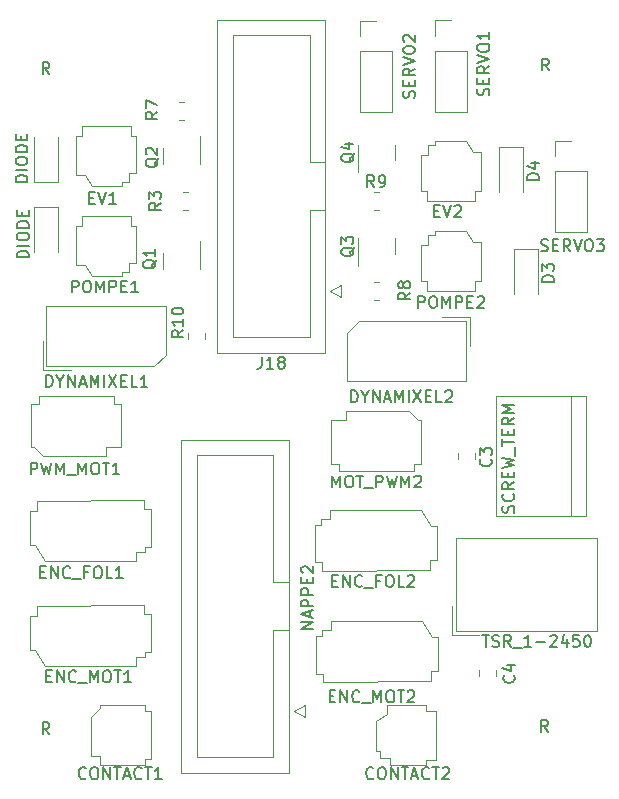
<source format=gbr>
%TF.GenerationSoftware,KiCad,Pcbnew,(6.0.1)*%
%TF.CreationDate,2022-02-03T23:41:23+01:00*%
%TF.ProjectId,CarteSecondaire,43617274-6553-4656-936f-6e6461697265,rev?*%
%TF.SameCoordinates,Original*%
%TF.FileFunction,Legend,Top*%
%TF.FilePolarity,Positive*%
%FSLAX46Y46*%
G04 Gerber Fmt 4.6, Leading zero omitted, Abs format (unit mm)*
G04 Created by KiCad (PCBNEW (6.0.1)) date 2022-02-03 23:41:23*
%MOMM*%
%LPD*%
G01*
G04 APERTURE LIST*
%ADD10C,0.150000*%
%ADD11C,0.120000*%
G04 APERTURE END LIST*
D10*
%TO.C,NAPPE2*%
X117152380Y-174042857D02*
X116152380Y-174042857D01*
X117152380Y-173471428D01*
X116152380Y-173471428D01*
X116866666Y-173042857D02*
X116866666Y-172566666D01*
X117152380Y-173138095D02*
X116152380Y-172804761D01*
X117152380Y-172471428D01*
X117152380Y-172138095D02*
X116152380Y-172138095D01*
X116152380Y-171757142D01*
X116200000Y-171661904D01*
X116247619Y-171614285D01*
X116342857Y-171566666D01*
X116485714Y-171566666D01*
X116580952Y-171614285D01*
X116628571Y-171661904D01*
X116676190Y-171757142D01*
X116676190Y-172138095D01*
X117152380Y-171138095D02*
X116152380Y-171138095D01*
X116152380Y-170757142D01*
X116200000Y-170661904D01*
X116247619Y-170614285D01*
X116342857Y-170566666D01*
X116485714Y-170566666D01*
X116580952Y-170614285D01*
X116628571Y-170661904D01*
X116676190Y-170757142D01*
X116676190Y-171138095D01*
X116628571Y-170138095D02*
X116628571Y-169804761D01*
X117152380Y-169661904D02*
X117152380Y-170138095D01*
X116152380Y-170138095D01*
X116152380Y-169661904D01*
X116247619Y-169280952D02*
X116200000Y-169233333D01*
X116152380Y-169138095D01*
X116152380Y-168900000D01*
X116200000Y-168804761D01*
X116247619Y-168757142D01*
X116342857Y-168709523D01*
X116438095Y-168709523D01*
X116580952Y-168757142D01*
X117152380Y-169328571D01*
X117152380Y-168709523D01*
%TO.C,TSR_1-2450*%
X131457142Y-174552380D02*
X132028571Y-174552380D01*
X131742857Y-175552380D02*
X131742857Y-174552380D01*
X132314285Y-175504761D02*
X132457142Y-175552380D01*
X132695238Y-175552380D01*
X132790476Y-175504761D01*
X132838095Y-175457142D01*
X132885714Y-175361904D01*
X132885714Y-175266666D01*
X132838095Y-175171428D01*
X132790476Y-175123809D01*
X132695238Y-175076190D01*
X132504761Y-175028571D01*
X132409523Y-174980952D01*
X132361904Y-174933333D01*
X132314285Y-174838095D01*
X132314285Y-174742857D01*
X132361904Y-174647619D01*
X132409523Y-174600000D01*
X132504761Y-174552380D01*
X132742857Y-174552380D01*
X132885714Y-174600000D01*
X133885714Y-175552380D02*
X133552380Y-175076190D01*
X133314285Y-175552380D02*
X133314285Y-174552380D01*
X133695238Y-174552380D01*
X133790476Y-174600000D01*
X133838095Y-174647619D01*
X133885714Y-174742857D01*
X133885714Y-174885714D01*
X133838095Y-174980952D01*
X133790476Y-175028571D01*
X133695238Y-175076190D01*
X133314285Y-175076190D01*
X134076190Y-175647619D02*
X134838095Y-175647619D01*
X135600000Y-175552380D02*
X135028571Y-175552380D01*
X135314285Y-175552380D02*
X135314285Y-174552380D01*
X135219047Y-174695238D01*
X135123809Y-174790476D01*
X135028571Y-174838095D01*
X136028571Y-175171428D02*
X136790476Y-175171428D01*
X137219047Y-174647619D02*
X137266666Y-174600000D01*
X137361904Y-174552380D01*
X137600000Y-174552380D01*
X137695238Y-174600000D01*
X137742857Y-174647619D01*
X137790476Y-174742857D01*
X137790476Y-174838095D01*
X137742857Y-174980952D01*
X137171428Y-175552380D01*
X137790476Y-175552380D01*
X138647619Y-174885714D02*
X138647619Y-175552380D01*
X138409523Y-174504761D02*
X138171428Y-175219047D01*
X138790476Y-175219047D01*
X139647619Y-174552380D02*
X139171428Y-174552380D01*
X139123809Y-175028571D01*
X139171428Y-174980952D01*
X139266666Y-174933333D01*
X139504761Y-174933333D01*
X139600000Y-174980952D01*
X139647619Y-175028571D01*
X139695238Y-175123809D01*
X139695238Y-175361904D01*
X139647619Y-175457142D01*
X139600000Y-175504761D01*
X139504761Y-175552380D01*
X139266666Y-175552380D01*
X139171428Y-175504761D01*
X139123809Y-175457142D01*
X140314285Y-174552380D02*
X140409523Y-174552380D01*
X140504761Y-174600000D01*
X140552380Y-174647619D01*
X140600000Y-174742857D01*
X140647619Y-174933333D01*
X140647619Y-175171428D01*
X140600000Y-175361904D01*
X140552380Y-175457142D01*
X140504761Y-175504761D01*
X140409523Y-175552380D01*
X140314285Y-175552380D01*
X140219047Y-175504761D01*
X140171428Y-175457142D01*
X140123809Y-175361904D01*
X140076190Y-175171428D01*
X140076190Y-174933333D01*
X140123809Y-174742857D01*
X140171428Y-174647619D01*
X140219047Y-174600000D01*
X140314285Y-174552380D01*
%TO.C,SCREW_TERM*%
X134104761Y-164195238D02*
X134152380Y-164052380D01*
X134152380Y-163814285D01*
X134104761Y-163719047D01*
X134057142Y-163671428D01*
X133961904Y-163623809D01*
X133866666Y-163623809D01*
X133771428Y-163671428D01*
X133723809Y-163719047D01*
X133676190Y-163814285D01*
X133628571Y-164004761D01*
X133580952Y-164100000D01*
X133533333Y-164147619D01*
X133438095Y-164195238D01*
X133342857Y-164195238D01*
X133247619Y-164147619D01*
X133200000Y-164100000D01*
X133152380Y-164004761D01*
X133152380Y-163766666D01*
X133200000Y-163623809D01*
X134057142Y-162623809D02*
X134104761Y-162671428D01*
X134152380Y-162814285D01*
X134152380Y-162909523D01*
X134104761Y-163052380D01*
X134009523Y-163147619D01*
X133914285Y-163195238D01*
X133723809Y-163242857D01*
X133580952Y-163242857D01*
X133390476Y-163195238D01*
X133295238Y-163147619D01*
X133200000Y-163052380D01*
X133152380Y-162909523D01*
X133152380Y-162814285D01*
X133200000Y-162671428D01*
X133247619Y-162623809D01*
X134152380Y-161623809D02*
X133676190Y-161957142D01*
X134152380Y-162195238D02*
X133152380Y-162195238D01*
X133152380Y-161814285D01*
X133200000Y-161719047D01*
X133247619Y-161671428D01*
X133342857Y-161623809D01*
X133485714Y-161623809D01*
X133580952Y-161671428D01*
X133628571Y-161719047D01*
X133676190Y-161814285D01*
X133676190Y-162195238D01*
X133628571Y-161195238D02*
X133628571Y-160861904D01*
X134152380Y-160719047D02*
X134152380Y-161195238D01*
X133152380Y-161195238D01*
X133152380Y-160719047D01*
X133152380Y-160385714D02*
X134152380Y-160147619D01*
X133438095Y-159957142D01*
X134152380Y-159766666D01*
X133152380Y-159528571D01*
X134247619Y-159385714D02*
X134247619Y-158623809D01*
X133152380Y-158528571D02*
X133152380Y-157957142D01*
X134152380Y-158242857D02*
X133152380Y-158242857D01*
X133628571Y-157623809D02*
X133628571Y-157290476D01*
X134152380Y-157147619D02*
X134152380Y-157623809D01*
X133152380Y-157623809D01*
X133152380Y-157147619D01*
X134152380Y-156147619D02*
X133676190Y-156480952D01*
X134152380Y-156719047D02*
X133152380Y-156719047D01*
X133152380Y-156338095D01*
X133200000Y-156242857D01*
X133247619Y-156195238D01*
X133342857Y-156147619D01*
X133485714Y-156147619D01*
X133580952Y-156195238D01*
X133628571Y-156242857D01*
X133676190Y-156338095D01*
X133676190Y-156719047D01*
X134152380Y-155719047D02*
X133152380Y-155719047D01*
X133866666Y-155385714D01*
X133152380Y-155052380D01*
X134152380Y-155052380D01*
%TO.C,C3*%
X132157142Y-159666666D02*
X132204761Y-159714285D01*
X132252380Y-159857142D01*
X132252380Y-159952380D01*
X132204761Y-160095238D01*
X132109523Y-160190476D01*
X132014285Y-160238095D01*
X131823809Y-160285714D01*
X131680952Y-160285714D01*
X131490476Y-160238095D01*
X131395238Y-160190476D01*
X131300000Y-160095238D01*
X131252380Y-159952380D01*
X131252380Y-159857142D01*
X131300000Y-159714285D01*
X131347619Y-159666666D01*
X131252380Y-159333333D02*
X131252380Y-158714285D01*
X131633333Y-159047619D01*
X131633333Y-158904761D01*
X131680952Y-158809523D01*
X131728571Y-158761904D01*
X131823809Y-158714285D01*
X132061904Y-158714285D01*
X132157142Y-158761904D01*
X132204761Y-158809523D01*
X132252380Y-158904761D01*
X132252380Y-159190476D01*
X132204761Y-159285714D01*
X132157142Y-159333333D01*
%TO.C,D4*%
X136266391Y-136022606D02*
X135266391Y-136022606D01*
X135266391Y-135784511D01*
X135314011Y-135641653D01*
X135409249Y-135546415D01*
X135504487Y-135498796D01*
X135694963Y-135451177D01*
X135837820Y-135451177D01*
X136028296Y-135498796D01*
X136123534Y-135546415D01*
X136218772Y-135641653D01*
X136266391Y-135784511D01*
X136266391Y-136022606D01*
X135599725Y-134594034D02*
X136266391Y-134594034D01*
X135218772Y-134832130D02*
X135933058Y-135070225D01*
X135933058Y-134451177D01*
%TO.C,R10*%
X106152380Y-148742857D02*
X105676190Y-149076190D01*
X106152380Y-149314285D02*
X105152380Y-149314285D01*
X105152380Y-148933333D01*
X105200000Y-148838095D01*
X105247619Y-148790476D01*
X105342857Y-148742857D01*
X105485714Y-148742857D01*
X105580952Y-148790476D01*
X105628571Y-148838095D01*
X105676190Y-148933333D01*
X105676190Y-149314285D01*
X106152380Y-147790476D02*
X106152380Y-148361904D01*
X106152380Y-148076190D02*
X105152380Y-148076190D01*
X105295238Y-148171428D01*
X105390476Y-148266666D01*
X105438095Y-148361904D01*
X105152380Y-147171428D02*
X105152380Y-147076190D01*
X105200000Y-146980952D01*
X105247619Y-146933333D01*
X105342857Y-146885714D01*
X105533333Y-146838095D01*
X105771428Y-146838095D01*
X105961904Y-146885714D01*
X106057142Y-146933333D01*
X106104761Y-146980952D01*
X106152380Y-147076190D01*
X106152380Y-147171428D01*
X106104761Y-147266666D01*
X106057142Y-147314285D01*
X105961904Y-147361904D01*
X105771428Y-147409523D01*
X105533333Y-147409523D01*
X105342857Y-147361904D01*
X105247619Y-147314285D01*
X105200000Y-147266666D01*
X105152380Y-147171428D01*
%TO.C,R*%
X94809523Y-127052380D02*
X94476190Y-126576190D01*
X94238095Y-127052380D02*
X94238095Y-126052380D01*
X94619047Y-126052380D01*
X94714285Y-126100000D01*
X94761904Y-126147619D01*
X94809523Y-126242857D01*
X94809523Y-126385714D01*
X94761904Y-126480952D01*
X94714285Y-126528571D01*
X94619047Y-126576190D01*
X94238095Y-126576190D01*
%TO.C,PWM_MOT1*%
X93213915Y-160952380D02*
X93213915Y-159952380D01*
X93594868Y-159952380D01*
X93690106Y-160000000D01*
X93737725Y-160047619D01*
X93785344Y-160142857D01*
X93785344Y-160285714D01*
X93737725Y-160380952D01*
X93690106Y-160428571D01*
X93594868Y-160476190D01*
X93213915Y-160476190D01*
X94118677Y-159952380D02*
X94356772Y-160952380D01*
X94547249Y-160238095D01*
X94737725Y-160952380D01*
X94975820Y-159952380D01*
X95356772Y-160952380D02*
X95356772Y-159952380D01*
X95690106Y-160666666D01*
X96023439Y-159952380D01*
X96023439Y-160952380D01*
X96261534Y-161047619D02*
X97023439Y-161047619D01*
X97261534Y-160952380D02*
X97261534Y-159952380D01*
X97594868Y-160666666D01*
X97928201Y-159952380D01*
X97928201Y-160952380D01*
X98594868Y-159952380D02*
X98785344Y-159952380D01*
X98880582Y-160000000D01*
X98975820Y-160095238D01*
X99023439Y-160285714D01*
X99023439Y-160619047D01*
X98975820Y-160809523D01*
X98880582Y-160904761D01*
X98785344Y-160952380D01*
X98594868Y-160952380D01*
X98499630Y-160904761D01*
X98404391Y-160809523D01*
X98356772Y-160619047D01*
X98356772Y-160285714D01*
X98404391Y-160095238D01*
X98499630Y-160000000D01*
X98594868Y-159952380D01*
X99309153Y-159952380D02*
X99880582Y-159952380D01*
X99594868Y-160952380D02*
X99594868Y-159952380D01*
X100737725Y-160952380D02*
X100166296Y-160952380D01*
X100452011Y-160952380D02*
X100452011Y-159952380D01*
X100356772Y-160095238D01*
X100261534Y-160190476D01*
X100166296Y-160238095D01*
%TO.C,POMPE1*%
X96706296Y-145552380D02*
X96706296Y-144552380D01*
X97087249Y-144552380D01*
X97182487Y-144600000D01*
X97230106Y-144647619D01*
X97277725Y-144742857D01*
X97277725Y-144885714D01*
X97230106Y-144980952D01*
X97182487Y-145028571D01*
X97087249Y-145076190D01*
X96706296Y-145076190D01*
X97896772Y-144552380D02*
X98087249Y-144552380D01*
X98182487Y-144600000D01*
X98277725Y-144695238D01*
X98325344Y-144885714D01*
X98325344Y-145219047D01*
X98277725Y-145409523D01*
X98182487Y-145504761D01*
X98087249Y-145552380D01*
X97896772Y-145552380D01*
X97801534Y-145504761D01*
X97706296Y-145409523D01*
X97658677Y-145219047D01*
X97658677Y-144885714D01*
X97706296Y-144695238D01*
X97801534Y-144600000D01*
X97896772Y-144552380D01*
X98753915Y-145552380D02*
X98753915Y-144552380D01*
X99087249Y-145266666D01*
X99420582Y-144552380D01*
X99420582Y-145552380D01*
X99896772Y-145552380D02*
X99896772Y-144552380D01*
X100277725Y-144552380D01*
X100372963Y-144600000D01*
X100420582Y-144647619D01*
X100468201Y-144742857D01*
X100468201Y-144885714D01*
X100420582Y-144980952D01*
X100372963Y-145028571D01*
X100277725Y-145076190D01*
X99896772Y-145076190D01*
X100896772Y-145028571D02*
X101230106Y-145028571D01*
X101372963Y-145552380D02*
X100896772Y-145552380D01*
X100896772Y-144552380D01*
X101372963Y-144552380D01*
X102325344Y-145552380D02*
X101753915Y-145552380D01*
X102039630Y-145552380D02*
X102039630Y-144552380D01*
X101944391Y-144695238D01*
X101849153Y-144790476D01*
X101753915Y-144838095D01*
%TO.C,Q4*%
X120626630Y-133774249D02*
X120579011Y-133869487D01*
X120483772Y-133964725D01*
X120340915Y-134107582D01*
X120293296Y-134202820D01*
X120293296Y-134298058D01*
X120531391Y-134250439D02*
X120483772Y-134345677D01*
X120388534Y-134440915D01*
X120198058Y-134488534D01*
X119864725Y-134488534D01*
X119674249Y-134440915D01*
X119579011Y-134345677D01*
X119531391Y-134250439D01*
X119531391Y-134059963D01*
X119579011Y-133964725D01*
X119674249Y-133869487D01*
X119864725Y-133821868D01*
X120198058Y-133821868D01*
X120388534Y-133869487D01*
X120483772Y-133964725D01*
X120531391Y-134059963D01*
X120531391Y-134250439D01*
X119864725Y-132964725D02*
X120531391Y-132964725D01*
X119483772Y-133202820D02*
X120198058Y-133440915D01*
X120198058Y-132821868D01*
%TO.C,Q3*%
X120626630Y-141726749D02*
X120579011Y-141821987D01*
X120483772Y-141917225D01*
X120340915Y-142060082D01*
X120293296Y-142155320D01*
X120293296Y-142250558D01*
X120531391Y-142202939D02*
X120483772Y-142298177D01*
X120388534Y-142393415D01*
X120198058Y-142441034D01*
X119864725Y-142441034D01*
X119674249Y-142393415D01*
X119579011Y-142298177D01*
X119531391Y-142202939D01*
X119531391Y-142012463D01*
X119579011Y-141917225D01*
X119674249Y-141821987D01*
X119864725Y-141774368D01*
X120198058Y-141774368D01*
X120388534Y-141821987D01*
X120483772Y-141917225D01*
X120531391Y-142012463D01*
X120531391Y-142202939D01*
X119531391Y-141441034D02*
X119531391Y-140821987D01*
X119912344Y-141155320D01*
X119912344Y-141012463D01*
X119959963Y-140917225D01*
X120007582Y-140869606D01*
X120102820Y-140821987D01*
X120340915Y-140821987D01*
X120436153Y-140869606D01*
X120483772Y-140917225D01*
X120531391Y-141012463D01*
X120531391Y-141298177D01*
X120483772Y-141393415D01*
X120436153Y-141441034D01*
%TO.C,R3*%
X104252380Y-137966666D02*
X103776190Y-138300000D01*
X104252380Y-138538095D02*
X103252380Y-138538095D01*
X103252380Y-138157142D01*
X103300000Y-138061904D01*
X103347619Y-138014285D01*
X103442857Y-137966666D01*
X103585714Y-137966666D01*
X103680952Y-138014285D01*
X103728571Y-138061904D01*
X103776190Y-138157142D01*
X103776190Y-138538095D01*
X103252380Y-137633333D02*
X103252380Y-137014285D01*
X103633333Y-137347619D01*
X103633333Y-137204761D01*
X103680952Y-137109523D01*
X103728571Y-137061904D01*
X103823809Y-137014285D01*
X104061904Y-137014285D01*
X104157142Y-137061904D01*
X104204761Y-137109523D01*
X104252380Y-137204761D01*
X104252380Y-137490476D01*
X104204761Y-137585714D01*
X104157142Y-137633333D01*
%TO.C,R8*%
X125352380Y-145566666D02*
X124876190Y-145900000D01*
X125352380Y-146138095D02*
X124352380Y-146138095D01*
X124352380Y-145757142D01*
X124400000Y-145661904D01*
X124447619Y-145614285D01*
X124542857Y-145566666D01*
X124685714Y-145566666D01*
X124780952Y-145614285D01*
X124828571Y-145661904D01*
X124876190Y-145757142D01*
X124876190Y-146138095D01*
X124780952Y-144995238D02*
X124733333Y-145090476D01*
X124685714Y-145138095D01*
X124590476Y-145185714D01*
X124542857Y-145185714D01*
X124447619Y-145138095D01*
X124400000Y-145090476D01*
X124352380Y-144995238D01*
X124352380Y-144804761D01*
X124400000Y-144709523D01*
X124447619Y-144661904D01*
X124542857Y-144614285D01*
X124590476Y-144614285D01*
X124685714Y-144661904D01*
X124733333Y-144709523D01*
X124780952Y-144804761D01*
X124780952Y-144995238D01*
X124828571Y-145090476D01*
X124876190Y-145138095D01*
X124971428Y-145185714D01*
X125161904Y-145185714D01*
X125257142Y-145138095D01*
X125304761Y-145090476D01*
X125352380Y-144995238D01*
X125352380Y-144804761D01*
X125304761Y-144709523D01*
X125257142Y-144661904D01*
X125161904Y-144614285D01*
X124971428Y-144614285D01*
X124876190Y-144661904D01*
X124828571Y-144709523D01*
X124780952Y-144804761D01*
%TO.C,CONTACT2*%
X122241249Y-186657142D02*
X122193630Y-186704761D01*
X122050772Y-186752380D01*
X121955534Y-186752380D01*
X121812677Y-186704761D01*
X121717439Y-186609523D01*
X121669820Y-186514285D01*
X121622201Y-186323809D01*
X121622201Y-186180952D01*
X121669820Y-185990476D01*
X121717439Y-185895238D01*
X121812677Y-185800000D01*
X121955534Y-185752380D01*
X122050772Y-185752380D01*
X122193630Y-185800000D01*
X122241249Y-185847619D01*
X122860296Y-185752380D02*
X123050772Y-185752380D01*
X123146011Y-185800000D01*
X123241249Y-185895238D01*
X123288868Y-186085714D01*
X123288868Y-186419047D01*
X123241249Y-186609523D01*
X123146011Y-186704761D01*
X123050772Y-186752380D01*
X122860296Y-186752380D01*
X122765058Y-186704761D01*
X122669820Y-186609523D01*
X122622201Y-186419047D01*
X122622201Y-186085714D01*
X122669820Y-185895238D01*
X122765058Y-185800000D01*
X122860296Y-185752380D01*
X123717439Y-186752380D02*
X123717439Y-185752380D01*
X124288868Y-186752380D01*
X124288868Y-185752380D01*
X124622201Y-185752380D02*
X125193630Y-185752380D01*
X124907915Y-186752380D02*
X124907915Y-185752380D01*
X125479344Y-186466666D02*
X125955534Y-186466666D01*
X125384106Y-186752380D02*
X125717439Y-185752380D01*
X126050772Y-186752380D01*
X126955534Y-186657142D02*
X126907915Y-186704761D01*
X126765058Y-186752380D01*
X126669820Y-186752380D01*
X126526963Y-186704761D01*
X126431725Y-186609523D01*
X126384106Y-186514285D01*
X126336487Y-186323809D01*
X126336487Y-186180952D01*
X126384106Y-185990476D01*
X126431725Y-185895238D01*
X126526963Y-185800000D01*
X126669820Y-185752380D01*
X126765058Y-185752380D01*
X126907915Y-185800000D01*
X126955534Y-185847619D01*
X127241249Y-185752380D02*
X127812677Y-185752380D01*
X127526963Y-186752380D02*
X127526963Y-185752380D01*
X128098391Y-185847619D02*
X128146011Y-185800000D01*
X128241249Y-185752380D01*
X128479344Y-185752380D01*
X128574582Y-185800000D01*
X128622201Y-185847619D01*
X128669820Y-185942857D01*
X128669820Y-186038095D01*
X128622201Y-186180952D01*
X128050772Y-186752380D01*
X128669820Y-186752380D01*
%TO.C,SERVO1*%
X132004761Y-128866666D02*
X132052380Y-128723809D01*
X132052380Y-128485714D01*
X132004761Y-128390476D01*
X131957142Y-128342857D01*
X131861904Y-128295238D01*
X131766666Y-128295238D01*
X131671428Y-128342857D01*
X131623809Y-128390476D01*
X131576190Y-128485714D01*
X131528571Y-128676190D01*
X131480952Y-128771428D01*
X131433333Y-128819047D01*
X131338095Y-128866666D01*
X131242857Y-128866666D01*
X131147619Y-128819047D01*
X131100000Y-128771428D01*
X131052380Y-128676190D01*
X131052380Y-128438095D01*
X131100000Y-128295238D01*
X131528571Y-127866666D02*
X131528571Y-127533333D01*
X132052380Y-127390476D02*
X132052380Y-127866666D01*
X131052380Y-127866666D01*
X131052380Y-127390476D01*
X132052380Y-126390476D02*
X131576190Y-126723809D01*
X132052380Y-126961904D02*
X131052380Y-126961904D01*
X131052380Y-126580952D01*
X131100000Y-126485714D01*
X131147619Y-126438095D01*
X131242857Y-126390476D01*
X131385714Y-126390476D01*
X131480952Y-126438095D01*
X131528571Y-126485714D01*
X131576190Y-126580952D01*
X131576190Y-126961904D01*
X131052380Y-126104761D02*
X132052380Y-125771428D01*
X131052380Y-125438095D01*
X131052380Y-124914285D02*
X131052380Y-124723809D01*
X131100000Y-124628571D01*
X131195238Y-124533333D01*
X131385714Y-124485714D01*
X131719047Y-124485714D01*
X131909523Y-124533333D01*
X132004761Y-124628571D01*
X132052380Y-124723809D01*
X132052380Y-124914285D01*
X132004761Y-125009523D01*
X131909523Y-125104761D01*
X131719047Y-125152380D01*
X131385714Y-125152380D01*
X131195238Y-125104761D01*
X131100000Y-125009523D01*
X131052380Y-124914285D01*
X132052380Y-123533333D02*
X132052380Y-124104761D01*
X132052380Y-123819047D02*
X131052380Y-123819047D01*
X131195238Y-123914285D01*
X131290476Y-124009523D01*
X131338095Y-124104761D01*
%TO.C,ENC_FOL2*%
X118768608Y-169967060D02*
X119101941Y-169967060D01*
X119244798Y-170490869D02*
X118768608Y-170490869D01*
X118768608Y-169490869D01*
X119244798Y-169490869D01*
X119673369Y-170490869D02*
X119673369Y-169490869D01*
X120244798Y-170490869D01*
X120244798Y-169490869D01*
X121292417Y-170395631D02*
X121244798Y-170443250D01*
X121101941Y-170490869D01*
X121006703Y-170490869D01*
X120863846Y-170443250D01*
X120768608Y-170348012D01*
X120720989Y-170252774D01*
X120673369Y-170062298D01*
X120673369Y-169919441D01*
X120720989Y-169728965D01*
X120768608Y-169633727D01*
X120863846Y-169538489D01*
X121006703Y-169490869D01*
X121101941Y-169490869D01*
X121244798Y-169538489D01*
X121292417Y-169586108D01*
X121482893Y-170586108D02*
X122244798Y-170586108D01*
X122816227Y-169967060D02*
X122482893Y-169967060D01*
X122482893Y-170490869D02*
X122482893Y-169490869D01*
X122959084Y-169490869D01*
X123530512Y-169490869D02*
X123720989Y-169490869D01*
X123816227Y-169538489D01*
X123911465Y-169633727D01*
X123959084Y-169824203D01*
X123959084Y-170157536D01*
X123911465Y-170348012D01*
X123816227Y-170443250D01*
X123720989Y-170490869D01*
X123530512Y-170490869D01*
X123435274Y-170443250D01*
X123340036Y-170348012D01*
X123292417Y-170157536D01*
X123292417Y-169824203D01*
X123340036Y-169633727D01*
X123435274Y-169538489D01*
X123530512Y-169490869D01*
X124863846Y-170490869D02*
X124387655Y-170490869D01*
X124387655Y-169490869D01*
X125149560Y-169586108D02*
X125197179Y-169538489D01*
X125292417Y-169490869D01*
X125530512Y-169490869D01*
X125625750Y-169538489D01*
X125673369Y-169586108D01*
X125720989Y-169681346D01*
X125720989Y-169776584D01*
X125673369Y-169919441D01*
X125101941Y-170490869D01*
X125720989Y-170490869D01*
%TO.C,D3*%
X137536391Y-144652606D02*
X136536391Y-144652606D01*
X136536391Y-144414511D01*
X136584011Y-144271653D01*
X136679249Y-144176415D01*
X136774487Y-144128796D01*
X136964963Y-144081177D01*
X137107820Y-144081177D01*
X137298296Y-144128796D01*
X137393534Y-144176415D01*
X137488772Y-144271653D01*
X137536391Y-144414511D01*
X137536391Y-144652606D01*
X136536391Y-143747844D02*
X136536391Y-143128796D01*
X136917344Y-143462130D01*
X136917344Y-143319272D01*
X136964963Y-143224034D01*
X137012582Y-143176415D01*
X137107820Y-143128796D01*
X137345915Y-143128796D01*
X137441153Y-143176415D01*
X137488772Y-143224034D01*
X137536391Y-143319272D01*
X137536391Y-143604987D01*
X137488772Y-143700225D01*
X137441153Y-143747844D01*
%TO.C,EV2*%
X127380952Y-138628571D02*
X127714285Y-138628571D01*
X127857142Y-139152380D02*
X127380952Y-139152380D01*
X127380952Y-138152380D01*
X127857142Y-138152380D01*
X128142857Y-138152380D02*
X128476190Y-139152380D01*
X128809523Y-138152380D01*
X129095238Y-138247619D02*
X129142857Y-138200000D01*
X129238095Y-138152380D01*
X129476190Y-138152380D01*
X129571428Y-138200000D01*
X129619047Y-138247619D01*
X129666666Y-138342857D01*
X129666666Y-138438095D01*
X129619047Y-138580952D01*
X129047619Y-139152380D01*
X129666666Y-139152380D01*
%TO.C,EV1*%
X98180952Y-137528571D02*
X98514285Y-137528571D01*
X98657142Y-138052380D02*
X98180952Y-138052380D01*
X98180952Y-137052380D01*
X98657142Y-137052380D01*
X98942857Y-137052380D02*
X99276190Y-138052380D01*
X99609523Y-137052380D01*
X100466666Y-138052380D02*
X99895238Y-138052380D01*
X100180952Y-138052380D02*
X100180952Y-137052380D01*
X100085714Y-137195238D01*
X99990476Y-137290476D01*
X99895238Y-137338095D01*
%TO.C,R*%
X94809523Y-182952380D02*
X94476190Y-182476190D01*
X94238095Y-182952380D02*
X94238095Y-181952380D01*
X94619047Y-181952380D01*
X94714285Y-182000000D01*
X94761904Y-182047619D01*
X94809523Y-182142857D01*
X94809523Y-182285714D01*
X94761904Y-182380952D01*
X94714285Y-182428571D01*
X94619047Y-182476190D01*
X94238095Y-182476190D01*
%TO.C,POMPE2*%
X126014285Y-146852380D02*
X126014285Y-145852380D01*
X126395238Y-145852380D01*
X126490476Y-145900000D01*
X126538095Y-145947619D01*
X126585714Y-146042857D01*
X126585714Y-146185714D01*
X126538095Y-146280952D01*
X126490476Y-146328571D01*
X126395238Y-146376190D01*
X126014285Y-146376190D01*
X127204761Y-145852380D02*
X127395238Y-145852380D01*
X127490476Y-145900000D01*
X127585714Y-145995238D01*
X127633333Y-146185714D01*
X127633333Y-146519047D01*
X127585714Y-146709523D01*
X127490476Y-146804761D01*
X127395238Y-146852380D01*
X127204761Y-146852380D01*
X127109523Y-146804761D01*
X127014285Y-146709523D01*
X126966666Y-146519047D01*
X126966666Y-146185714D01*
X127014285Y-145995238D01*
X127109523Y-145900000D01*
X127204761Y-145852380D01*
X128061904Y-146852380D02*
X128061904Y-145852380D01*
X128395238Y-146566666D01*
X128728571Y-145852380D01*
X128728571Y-146852380D01*
X129204761Y-146852380D02*
X129204761Y-145852380D01*
X129585714Y-145852380D01*
X129680952Y-145900000D01*
X129728571Y-145947619D01*
X129776190Y-146042857D01*
X129776190Y-146185714D01*
X129728571Y-146280952D01*
X129680952Y-146328571D01*
X129585714Y-146376190D01*
X129204761Y-146376190D01*
X130204761Y-146328571D02*
X130538095Y-146328571D01*
X130680952Y-146852380D02*
X130204761Y-146852380D01*
X130204761Y-145852380D01*
X130680952Y-145852380D01*
X131061904Y-145947619D02*
X131109523Y-145900000D01*
X131204761Y-145852380D01*
X131442857Y-145852380D01*
X131538095Y-145900000D01*
X131585714Y-145947619D01*
X131633333Y-146042857D01*
X131633333Y-146138095D01*
X131585714Y-146280952D01*
X131014285Y-146852380D01*
X131633333Y-146852380D01*
%TO.C,Q1*%
X103847619Y-142795238D02*
X103800000Y-142890476D01*
X103704761Y-142985714D01*
X103561904Y-143128571D01*
X103514285Y-143223809D01*
X103514285Y-143319047D01*
X103752380Y-143271428D02*
X103704761Y-143366666D01*
X103609523Y-143461904D01*
X103419047Y-143509523D01*
X103085714Y-143509523D01*
X102895238Y-143461904D01*
X102800000Y-143366666D01*
X102752380Y-143271428D01*
X102752380Y-143080952D01*
X102800000Y-142985714D01*
X102895238Y-142890476D01*
X103085714Y-142842857D01*
X103419047Y-142842857D01*
X103609523Y-142890476D01*
X103704761Y-142985714D01*
X103752380Y-143080952D01*
X103752380Y-143271428D01*
X103752380Y-141890476D02*
X103752380Y-142461904D01*
X103752380Y-142176190D02*
X102752380Y-142176190D01*
X102895238Y-142271428D01*
X102990476Y-142366666D01*
X103038095Y-142461904D01*
%TO.C,ENC_MOT1*%
X94528571Y-178028571D02*
X94861904Y-178028571D01*
X95004761Y-178552380D02*
X94528571Y-178552380D01*
X94528571Y-177552380D01*
X95004761Y-177552380D01*
X95433333Y-178552380D02*
X95433333Y-177552380D01*
X96004761Y-178552380D01*
X96004761Y-177552380D01*
X97052380Y-178457142D02*
X97004761Y-178504761D01*
X96861904Y-178552380D01*
X96766666Y-178552380D01*
X96623809Y-178504761D01*
X96528571Y-178409523D01*
X96480952Y-178314285D01*
X96433333Y-178123809D01*
X96433333Y-177980952D01*
X96480952Y-177790476D01*
X96528571Y-177695238D01*
X96623809Y-177600000D01*
X96766666Y-177552380D01*
X96861904Y-177552380D01*
X97004761Y-177600000D01*
X97052380Y-177647619D01*
X97242857Y-178647619D02*
X98004761Y-178647619D01*
X98242857Y-178552380D02*
X98242857Y-177552380D01*
X98576190Y-178266666D01*
X98909523Y-177552380D01*
X98909523Y-178552380D01*
X99576190Y-177552380D02*
X99766666Y-177552380D01*
X99861904Y-177600000D01*
X99957142Y-177695238D01*
X100004761Y-177885714D01*
X100004761Y-178219047D01*
X99957142Y-178409523D01*
X99861904Y-178504761D01*
X99766666Y-178552380D01*
X99576190Y-178552380D01*
X99480952Y-178504761D01*
X99385714Y-178409523D01*
X99338095Y-178219047D01*
X99338095Y-177885714D01*
X99385714Y-177695238D01*
X99480952Y-177600000D01*
X99576190Y-177552380D01*
X100290476Y-177552380D02*
X100861904Y-177552380D01*
X100576190Y-178552380D02*
X100576190Y-177552380D01*
X101719047Y-178552380D02*
X101147619Y-178552380D01*
X101433333Y-178552380D02*
X101433333Y-177552380D01*
X101338095Y-177695238D01*
X101242857Y-177790476D01*
X101147619Y-177838095D01*
%TO.C,DIODE*%
X93052380Y-142576190D02*
X92052380Y-142576190D01*
X92052380Y-142338095D01*
X92100000Y-142195238D01*
X92195238Y-142100000D01*
X92290476Y-142052380D01*
X92480952Y-142004761D01*
X92623809Y-142004761D01*
X92814285Y-142052380D01*
X92909523Y-142100000D01*
X93004761Y-142195238D01*
X93052380Y-142338095D01*
X93052380Y-142576190D01*
X93052380Y-141576190D02*
X92052380Y-141576190D01*
X92052380Y-140909523D02*
X92052380Y-140719047D01*
X92100000Y-140623809D01*
X92195238Y-140528571D01*
X92385714Y-140480952D01*
X92719047Y-140480952D01*
X92909523Y-140528571D01*
X93004761Y-140623809D01*
X93052380Y-140719047D01*
X93052380Y-140909523D01*
X93004761Y-141004761D01*
X92909523Y-141100000D01*
X92719047Y-141147619D01*
X92385714Y-141147619D01*
X92195238Y-141100000D01*
X92100000Y-141004761D01*
X92052380Y-140909523D01*
X93052380Y-140052380D02*
X92052380Y-140052380D01*
X92052380Y-139814285D01*
X92100000Y-139671428D01*
X92195238Y-139576190D01*
X92290476Y-139528571D01*
X92480952Y-139480952D01*
X92623809Y-139480952D01*
X92814285Y-139528571D01*
X92909523Y-139576190D01*
X93004761Y-139671428D01*
X93052380Y-139814285D01*
X93052380Y-140052380D01*
X92528571Y-139052380D02*
X92528571Y-138719047D01*
X93052380Y-138576190D02*
X93052380Y-139052380D01*
X92052380Y-139052380D01*
X92052380Y-138576190D01*
%TO.C,SERVO3*%
X136433333Y-142004761D02*
X136576190Y-142052380D01*
X136814285Y-142052380D01*
X136909523Y-142004761D01*
X136957142Y-141957142D01*
X137004761Y-141861904D01*
X137004761Y-141766666D01*
X136957142Y-141671428D01*
X136909523Y-141623809D01*
X136814285Y-141576190D01*
X136623809Y-141528571D01*
X136528571Y-141480952D01*
X136480952Y-141433333D01*
X136433333Y-141338095D01*
X136433333Y-141242857D01*
X136480952Y-141147619D01*
X136528571Y-141100000D01*
X136623809Y-141052380D01*
X136861904Y-141052380D01*
X137004761Y-141100000D01*
X137433333Y-141528571D02*
X137766666Y-141528571D01*
X137909523Y-142052380D02*
X137433333Y-142052380D01*
X137433333Y-141052380D01*
X137909523Y-141052380D01*
X138909523Y-142052380D02*
X138576190Y-141576190D01*
X138338095Y-142052380D02*
X138338095Y-141052380D01*
X138719047Y-141052380D01*
X138814285Y-141100000D01*
X138861904Y-141147619D01*
X138909523Y-141242857D01*
X138909523Y-141385714D01*
X138861904Y-141480952D01*
X138814285Y-141528571D01*
X138719047Y-141576190D01*
X138338095Y-141576190D01*
X139195238Y-141052380D02*
X139528571Y-142052380D01*
X139861904Y-141052380D01*
X140385714Y-141052380D02*
X140576190Y-141052380D01*
X140671428Y-141100000D01*
X140766666Y-141195238D01*
X140814285Y-141385714D01*
X140814285Y-141719047D01*
X140766666Y-141909523D01*
X140671428Y-142004761D01*
X140576190Y-142052380D01*
X140385714Y-142052380D01*
X140290476Y-142004761D01*
X140195238Y-141909523D01*
X140147619Y-141719047D01*
X140147619Y-141385714D01*
X140195238Y-141195238D01*
X140290476Y-141100000D01*
X140385714Y-141052380D01*
X141147619Y-141052380D02*
X141766666Y-141052380D01*
X141433333Y-141433333D01*
X141576190Y-141433333D01*
X141671428Y-141480952D01*
X141719047Y-141528571D01*
X141766666Y-141623809D01*
X141766666Y-141861904D01*
X141719047Y-141957142D01*
X141671428Y-142004761D01*
X141576190Y-142052380D01*
X141290476Y-142052380D01*
X141195238Y-142004761D01*
X141147619Y-141957142D01*
%TO.C,R*%
X137109523Y-126752380D02*
X136776190Y-126276190D01*
X136538095Y-126752380D02*
X136538095Y-125752380D01*
X136919047Y-125752380D01*
X137014285Y-125800000D01*
X137061904Y-125847619D01*
X137109523Y-125942857D01*
X137109523Y-126085714D01*
X137061904Y-126180952D01*
X137014285Y-126228571D01*
X136919047Y-126276190D01*
X136538095Y-126276190D01*
%TO.C,J18*%
X112779487Y-150993891D02*
X112779487Y-151708177D01*
X112731868Y-151851034D01*
X112636630Y-151946272D01*
X112493772Y-151993891D01*
X112398534Y-151993891D01*
X113779487Y-151993891D02*
X113208058Y-151993891D01*
X113493772Y-151993891D02*
X113493772Y-150993891D01*
X113398534Y-151136749D01*
X113303296Y-151231987D01*
X113208058Y-151279606D01*
X114350915Y-151422463D02*
X114255677Y-151374844D01*
X114208058Y-151327225D01*
X114160439Y-151231987D01*
X114160439Y-151184368D01*
X114208058Y-151089130D01*
X114255677Y-151041511D01*
X114350915Y-150993891D01*
X114541391Y-150993891D01*
X114636630Y-151041511D01*
X114684249Y-151089130D01*
X114731868Y-151184368D01*
X114731868Y-151231987D01*
X114684249Y-151327225D01*
X114636630Y-151374844D01*
X114541391Y-151422463D01*
X114350915Y-151422463D01*
X114255677Y-151470082D01*
X114208058Y-151517701D01*
X114160439Y-151612939D01*
X114160439Y-151803415D01*
X114208058Y-151898653D01*
X114255677Y-151946272D01*
X114350915Y-151993891D01*
X114541391Y-151993891D01*
X114636630Y-151946272D01*
X114684249Y-151898653D01*
X114731868Y-151803415D01*
X114731868Y-151612939D01*
X114684249Y-151517701D01*
X114636630Y-151470082D01*
X114541391Y-151422463D01*
%TO.C,DIODE*%
X92952380Y-136176190D02*
X91952380Y-136176190D01*
X91952380Y-135938095D01*
X92000000Y-135795238D01*
X92095238Y-135700000D01*
X92190476Y-135652380D01*
X92380952Y-135604761D01*
X92523809Y-135604761D01*
X92714285Y-135652380D01*
X92809523Y-135700000D01*
X92904761Y-135795238D01*
X92952380Y-135938095D01*
X92952380Y-136176190D01*
X92952380Y-135176190D02*
X91952380Y-135176190D01*
X91952380Y-134509523D02*
X91952380Y-134319047D01*
X92000000Y-134223809D01*
X92095238Y-134128571D01*
X92285714Y-134080952D01*
X92619047Y-134080952D01*
X92809523Y-134128571D01*
X92904761Y-134223809D01*
X92952380Y-134319047D01*
X92952380Y-134509523D01*
X92904761Y-134604761D01*
X92809523Y-134700000D01*
X92619047Y-134747619D01*
X92285714Y-134747619D01*
X92095238Y-134700000D01*
X92000000Y-134604761D01*
X91952380Y-134509523D01*
X92952380Y-133652380D02*
X91952380Y-133652380D01*
X91952380Y-133414285D01*
X92000000Y-133271428D01*
X92095238Y-133176190D01*
X92190476Y-133128571D01*
X92380952Y-133080952D01*
X92523809Y-133080952D01*
X92714285Y-133128571D01*
X92809523Y-133176190D01*
X92904761Y-133271428D01*
X92952380Y-133414285D01*
X92952380Y-133652380D01*
X92428571Y-132652380D02*
X92428571Y-132319047D01*
X92952380Y-132176190D02*
X92952380Y-132652380D01*
X91952380Y-132652380D01*
X91952380Y-132176190D01*
%TO.C,ENC_MOT2*%
X118528571Y-179728571D02*
X118861904Y-179728571D01*
X119004761Y-180252380D02*
X118528571Y-180252380D01*
X118528571Y-179252380D01*
X119004761Y-179252380D01*
X119433333Y-180252380D02*
X119433333Y-179252380D01*
X120004761Y-180252380D01*
X120004761Y-179252380D01*
X121052380Y-180157142D02*
X121004761Y-180204761D01*
X120861904Y-180252380D01*
X120766666Y-180252380D01*
X120623809Y-180204761D01*
X120528571Y-180109523D01*
X120480952Y-180014285D01*
X120433333Y-179823809D01*
X120433333Y-179680952D01*
X120480952Y-179490476D01*
X120528571Y-179395238D01*
X120623809Y-179300000D01*
X120766666Y-179252380D01*
X120861904Y-179252380D01*
X121004761Y-179300000D01*
X121052380Y-179347619D01*
X121242857Y-180347619D02*
X122004761Y-180347619D01*
X122242857Y-180252380D02*
X122242857Y-179252380D01*
X122576190Y-179966666D01*
X122909523Y-179252380D01*
X122909523Y-180252380D01*
X123576190Y-179252380D02*
X123766666Y-179252380D01*
X123861904Y-179300000D01*
X123957142Y-179395238D01*
X124004761Y-179585714D01*
X124004761Y-179919047D01*
X123957142Y-180109523D01*
X123861904Y-180204761D01*
X123766666Y-180252380D01*
X123576190Y-180252380D01*
X123480952Y-180204761D01*
X123385714Y-180109523D01*
X123338095Y-179919047D01*
X123338095Y-179585714D01*
X123385714Y-179395238D01*
X123480952Y-179300000D01*
X123576190Y-179252380D01*
X124290476Y-179252380D02*
X124861904Y-179252380D01*
X124576190Y-180252380D02*
X124576190Y-179252380D01*
X125147619Y-179347619D02*
X125195238Y-179300000D01*
X125290476Y-179252380D01*
X125528571Y-179252380D01*
X125623809Y-179300000D01*
X125671428Y-179347619D01*
X125719047Y-179442857D01*
X125719047Y-179538095D01*
X125671428Y-179680952D01*
X125100000Y-180252380D01*
X125719047Y-180252380D01*
%TO.C,R*%
X137009523Y-182752380D02*
X136676190Y-182276190D01*
X136438095Y-182752380D02*
X136438095Y-181752380D01*
X136819047Y-181752380D01*
X136914285Y-181800000D01*
X136961904Y-181847619D01*
X137009523Y-181942857D01*
X137009523Y-182085714D01*
X136961904Y-182180952D01*
X136914285Y-182228571D01*
X136819047Y-182276190D01*
X136438095Y-182276190D01*
%TO.C,SERVO2*%
X125704761Y-129066666D02*
X125752380Y-128923809D01*
X125752380Y-128685714D01*
X125704761Y-128590476D01*
X125657142Y-128542857D01*
X125561904Y-128495238D01*
X125466666Y-128495238D01*
X125371428Y-128542857D01*
X125323809Y-128590476D01*
X125276190Y-128685714D01*
X125228571Y-128876190D01*
X125180952Y-128971428D01*
X125133333Y-129019047D01*
X125038095Y-129066666D01*
X124942857Y-129066666D01*
X124847619Y-129019047D01*
X124800000Y-128971428D01*
X124752380Y-128876190D01*
X124752380Y-128638095D01*
X124800000Y-128495238D01*
X125228571Y-128066666D02*
X125228571Y-127733333D01*
X125752380Y-127590476D02*
X125752380Y-128066666D01*
X124752380Y-128066666D01*
X124752380Y-127590476D01*
X125752380Y-126590476D02*
X125276190Y-126923809D01*
X125752380Y-127161904D02*
X124752380Y-127161904D01*
X124752380Y-126780952D01*
X124800000Y-126685714D01*
X124847619Y-126638095D01*
X124942857Y-126590476D01*
X125085714Y-126590476D01*
X125180952Y-126638095D01*
X125228571Y-126685714D01*
X125276190Y-126780952D01*
X125276190Y-127161904D01*
X124752380Y-126304761D02*
X125752380Y-125971428D01*
X124752380Y-125638095D01*
X124752380Y-125114285D02*
X124752380Y-124923809D01*
X124800000Y-124828571D01*
X124895238Y-124733333D01*
X125085714Y-124685714D01*
X125419047Y-124685714D01*
X125609523Y-124733333D01*
X125704761Y-124828571D01*
X125752380Y-124923809D01*
X125752380Y-125114285D01*
X125704761Y-125209523D01*
X125609523Y-125304761D01*
X125419047Y-125352380D01*
X125085714Y-125352380D01*
X124895238Y-125304761D01*
X124800000Y-125209523D01*
X124752380Y-125114285D01*
X124847619Y-124304761D02*
X124800000Y-124257142D01*
X124752380Y-124161904D01*
X124752380Y-123923809D01*
X124800000Y-123828571D01*
X124847619Y-123780952D01*
X124942857Y-123733333D01*
X125038095Y-123733333D01*
X125180952Y-123780952D01*
X125752380Y-124352380D01*
X125752380Y-123733333D01*
%TO.C,MOT_PWM2*%
X118761904Y-162052380D02*
X118761904Y-161052380D01*
X119095238Y-161766666D01*
X119428571Y-161052380D01*
X119428571Y-162052380D01*
X120095238Y-161052380D02*
X120285714Y-161052380D01*
X120380952Y-161100000D01*
X120476190Y-161195238D01*
X120523809Y-161385714D01*
X120523809Y-161719047D01*
X120476190Y-161909523D01*
X120380952Y-162004761D01*
X120285714Y-162052380D01*
X120095238Y-162052380D01*
X120000000Y-162004761D01*
X119904761Y-161909523D01*
X119857142Y-161719047D01*
X119857142Y-161385714D01*
X119904761Y-161195238D01*
X120000000Y-161100000D01*
X120095238Y-161052380D01*
X120809523Y-161052380D02*
X121380952Y-161052380D01*
X121095238Y-162052380D02*
X121095238Y-161052380D01*
X121476190Y-162147619D02*
X122238095Y-162147619D01*
X122476190Y-162052380D02*
X122476190Y-161052380D01*
X122857142Y-161052380D01*
X122952380Y-161100000D01*
X123000000Y-161147619D01*
X123047619Y-161242857D01*
X123047619Y-161385714D01*
X123000000Y-161480952D01*
X122952380Y-161528571D01*
X122857142Y-161576190D01*
X122476190Y-161576190D01*
X123380952Y-161052380D02*
X123619047Y-162052380D01*
X123809523Y-161338095D01*
X124000000Y-162052380D01*
X124238095Y-161052380D01*
X124619047Y-162052380D02*
X124619047Y-161052380D01*
X124952380Y-161766666D01*
X125285714Y-161052380D01*
X125285714Y-162052380D01*
X125714285Y-161147619D02*
X125761904Y-161100000D01*
X125857142Y-161052380D01*
X126095238Y-161052380D01*
X126190476Y-161100000D01*
X126238095Y-161147619D01*
X126285714Y-161242857D01*
X126285714Y-161338095D01*
X126238095Y-161480952D01*
X125666666Y-162052380D01*
X126285714Y-162052380D01*
%TO.C,DYNAMIXEL2*%
X120338095Y-154852380D02*
X120338095Y-153852380D01*
X120576190Y-153852380D01*
X120719047Y-153900000D01*
X120814285Y-153995238D01*
X120861904Y-154090476D01*
X120909523Y-154280952D01*
X120909523Y-154423809D01*
X120861904Y-154614285D01*
X120814285Y-154709523D01*
X120719047Y-154804761D01*
X120576190Y-154852380D01*
X120338095Y-154852380D01*
X121528571Y-154376190D02*
X121528571Y-154852380D01*
X121195238Y-153852380D02*
X121528571Y-154376190D01*
X121861904Y-153852380D01*
X122195238Y-154852380D02*
X122195238Y-153852380D01*
X122766666Y-154852380D01*
X122766666Y-153852380D01*
X123195238Y-154566666D02*
X123671428Y-154566666D01*
X123100000Y-154852380D02*
X123433333Y-153852380D01*
X123766666Y-154852380D01*
X124100000Y-154852380D02*
X124100000Y-153852380D01*
X124433333Y-154566666D01*
X124766666Y-153852380D01*
X124766666Y-154852380D01*
X125242857Y-154852380D02*
X125242857Y-153852380D01*
X125623809Y-153852380D02*
X126290476Y-154852380D01*
X126290476Y-153852380D02*
X125623809Y-154852380D01*
X126671428Y-154328571D02*
X127004761Y-154328571D01*
X127147619Y-154852380D02*
X126671428Y-154852380D01*
X126671428Y-153852380D01*
X127147619Y-153852380D01*
X128052380Y-154852380D02*
X127576190Y-154852380D01*
X127576190Y-153852380D01*
X128338095Y-153947619D02*
X128385714Y-153900000D01*
X128480952Y-153852380D01*
X128719047Y-153852380D01*
X128814285Y-153900000D01*
X128861904Y-153947619D01*
X128909523Y-154042857D01*
X128909523Y-154138095D01*
X128861904Y-154280952D01*
X128290476Y-154852380D01*
X128909523Y-154852380D01*
%TO.C,R9*%
X122312344Y-136623891D02*
X121979011Y-136147701D01*
X121740915Y-136623891D02*
X121740915Y-135623891D01*
X122121868Y-135623891D01*
X122217106Y-135671511D01*
X122264725Y-135719130D01*
X122312344Y-135814368D01*
X122312344Y-135957225D01*
X122264725Y-136052463D01*
X122217106Y-136100082D01*
X122121868Y-136147701D01*
X121740915Y-136147701D01*
X122788534Y-136623891D02*
X122979011Y-136623891D01*
X123074249Y-136576272D01*
X123121868Y-136528653D01*
X123217106Y-136385796D01*
X123264725Y-136195320D01*
X123264725Y-135814368D01*
X123217106Y-135719130D01*
X123169487Y-135671511D01*
X123074249Y-135623891D01*
X122883772Y-135623891D01*
X122788534Y-135671511D01*
X122740915Y-135719130D01*
X122693296Y-135814368D01*
X122693296Y-136052463D01*
X122740915Y-136147701D01*
X122788534Y-136195320D01*
X122883772Y-136242939D01*
X123074249Y-136242939D01*
X123169487Y-136195320D01*
X123217106Y-136147701D01*
X123264725Y-136052463D01*
%TO.C,DYNAMIXEL1*%
X94538095Y-153552380D02*
X94538095Y-152552380D01*
X94776190Y-152552380D01*
X94919047Y-152600000D01*
X95014285Y-152695238D01*
X95061904Y-152790476D01*
X95109523Y-152980952D01*
X95109523Y-153123809D01*
X95061904Y-153314285D01*
X95014285Y-153409523D01*
X94919047Y-153504761D01*
X94776190Y-153552380D01*
X94538095Y-153552380D01*
X95728571Y-153076190D02*
X95728571Y-153552380D01*
X95395238Y-152552380D02*
X95728571Y-153076190D01*
X96061904Y-152552380D01*
X96395238Y-153552380D02*
X96395238Y-152552380D01*
X96966666Y-153552380D01*
X96966666Y-152552380D01*
X97395238Y-153266666D02*
X97871428Y-153266666D01*
X97300000Y-153552380D02*
X97633333Y-152552380D01*
X97966666Y-153552380D01*
X98300000Y-153552380D02*
X98300000Y-152552380D01*
X98633333Y-153266666D01*
X98966666Y-152552380D01*
X98966666Y-153552380D01*
X99442857Y-153552380D02*
X99442857Y-152552380D01*
X99823809Y-152552380D02*
X100490476Y-153552380D01*
X100490476Y-152552380D02*
X99823809Y-153552380D01*
X100871428Y-153028571D02*
X101204761Y-153028571D01*
X101347619Y-153552380D02*
X100871428Y-153552380D01*
X100871428Y-152552380D01*
X101347619Y-152552380D01*
X102252380Y-153552380D02*
X101776190Y-153552380D01*
X101776190Y-152552380D01*
X103109523Y-153552380D02*
X102538095Y-153552380D01*
X102823809Y-153552380D02*
X102823809Y-152552380D01*
X102728571Y-152695238D01*
X102633333Y-152790476D01*
X102538095Y-152838095D01*
%TO.C,Q2*%
X104047619Y-134195238D02*
X104000000Y-134290476D01*
X103904761Y-134385714D01*
X103761904Y-134528571D01*
X103714285Y-134623809D01*
X103714285Y-134719047D01*
X103952380Y-134671428D02*
X103904761Y-134766666D01*
X103809523Y-134861904D01*
X103619047Y-134909523D01*
X103285714Y-134909523D01*
X103095238Y-134861904D01*
X103000000Y-134766666D01*
X102952380Y-134671428D01*
X102952380Y-134480952D01*
X103000000Y-134385714D01*
X103095238Y-134290476D01*
X103285714Y-134242857D01*
X103619047Y-134242857D01*
X103809523Y-134290476D01*
X103904761Y-134385714D01*
X103952380Y-134480952D01*
X103952380Y-134671428D01*
X103047619Y-133861904D02*
X103000000Y-133814285D01*
X102952380Y-133719047D01*
X102952380Y-133480952D01*
X103000000Y-133385714D01*
X103047619Y-133338095D01*
X103142857Y-133290476D01*
X103238095Y-133290476D01*
X103380952Y-133338095D01*
X103952380Y-133909523D01*
X103952380Y-133290476D01*
%TO.C,CONTACT1*%
X97895238Y-186657142D02*
X97847619Y-186704761D01*
X97704761Y-186752380D01*
X97609523Y-186752380D01*
X97466666Y-186704761D01*
X97371428Y-186609523D01*
X97323809Y-186514285D01*
X97276190Y-186323809D01*
X97276190Y-186180952D01*
X97323809Y-185990476D01*
X97371428Y-185895238D01*
X97466666Y-185800000D01*
X97609523Y-185752380D01*
X97704761Y-185752380D01*
X97847619Y-185800000D01*
X97895238Y-185847619D01*
X98514285Y-185752380D02*
X98704761Y-185752380D01*
X98800000Y-185800000D01*
X98895238Y-185895238D01*
X98942857Y-186085714D01*
X98942857Y-186419047D01*
X98895238Y-186609523D01*
X98800000Y-186704761D01*
X98704761Y-186752380D01*
X98514285Y-186752380D01*
X98419047Y-186704761D01*
X98323809Y-186609523D01*
X98276190Y-186419047D01*
X98276190Y-186085714D01*
X98323809Y-185895238D01*
X98419047Y-185800000D01*
X98514285Y-185752380D01*
X99371428Y-186752380D02*
X99371428Y-185752380D01*
X99942857Y-186752380D01*
X99942857Y-185752380D01*
X100276190Y-185752380D02*
X100847619Y-185752380D01*
X100561904Y-186752380D02*
X100561904Y-185752380D01*
X101133333Y-186466666D02*
X101609523Y-186466666D01*
X101038095Y-186752380D02*
X101371428Y-185752380D01*
X101704761Y-186752380D01*
X102609523Y-186657142D02*
X102561904Y-186704761D01*
X102419047Y-186752380D01*
X102323809Y-186752380D01*
X102180952Y-186704761D01*
X102085714Y-186609523D01*
X102038095Y-186514285D01*
X101990476Y-186323809D01*
X101990476Y-186180952D01*
X102038095Y-185990476D01*
X102085714Y-185895238D01*
X102180952Y-185800000D01*
X102323809Y-185752380D01*
X102419047Y-185752380D01*
X102561904Y-185800000D01*
X102609523Y-185847619D01*
X102895238Y-185752380D02*
X103466666Y-185752380D01*
X103180952Y-186752380D02*
X103180952Y-185752380D01*
X104323809Y-186752380D02*
X103752380Y-186752380D01*
X104038095Y-186752380D02*
X104038095Y-185752380D01*
X103942857Y-185895238D01*
X103847619Y-185990476D01*
X103752380Y-186038095D01*
%TO.C,C4*%
X134118131Y-177975155D02*
X134165750Y-178022774D01*
X134213369Y-178165631D01*
X134213369Y-178260869D01*
X134165750Y-178403727D01*
X134070512Y-178498965D01*
X133975274Y-178546584D01*
X133784798Y-178594203D01*
X133641941Y-178594203D01*
X133451465Y-178546584D01*
X133356227Y-178498965D01*
X133260989Y-178403727D01*
X133213369Y-178260869D01*
X133213369Y-178165631D01*
X133260989Y-178022774D01*
X133308608Y-177975155D01*
X133546703Y-177118012D02*
X134213369Y-177118012D01*
X133165750Y-177356108D02*
X133880036Y-177594203D01*
X133880036Y-176975155D01*
%TO.C,ENC_FOL1*%
X94047619Y-169228571D02*
X94380952Y-169228571D01*
X94523809Y-169752380D02*
X94047619Y-169752380D01*
X94047619Y-168752380D01*
X94523809Y-168752380D01*
X94952380Y-169752380D02*
X94952380Y-168752380D01*
X95523809Y-169752380D01*
X95523809Y-168752380D01*
X96571428Y-169657142D02*
X96523809Y-169704761D01*
X96380952Y-169752380D01*
X96285714Y-169752380D01*
X96142857Y-169704761D01*
X96047619Y-169609523D01*
X96000000Y-169514285D01*
X95952380Y-169323809D01*
X95952380Y-169180952D01*
X96000000Y-168990476D01*
X96047619Y-168895238D01*
X96142857Y-168800000D01*
X96285714Y-168752380D01*
X96380952Y-168752380D01*
X96523809Y-168800000D01*
X96571428Y-168847619D01*
X96761904Y-169847619D02*
X97523809Y-169847619D01*
X98095238Y-169228571D02*
X97761904Y-169228571D01*
X97761904Y-169752380D02*
X97761904Y-168752380D01*
X98238095Y-168752380D01*
X98809523Y-168752380D02*
X99000000Y-168752380D01*
X99095238Y-168800000D01*
X99190476Y-168895238D01*
X99238095Y-169085714D01*
X99238095Y-169419047D01*
X99190476Y-169609523D01*
X99095238Y-169704761D01*
X99000000Y-169752380D01*
X98809523Y-169752380D01*
X98714285Y-169704761D01*
X98619047Y-169609523D01*
X98571428Y-169419047D01*
X98571428Y-169085714D01*
X98619047Y-168895238D01*
X98714285Y-168800000D01*
X98809523Y-168752380D01*
X100142857Y-169752380D02*
X99666666Y-169752380D01*
X99666666Y-168752380D01*
X101000000Y-169752380D02*
X100428571Y-169752380D01*
X100714285Y-169752380D02*
X100714285Y-168752380D01*
X100619047Y-168895238D01*
X100523809Y-168990476D01*
X100428571Y-169038095D01*
%TO.C,R7*%
X103952380Y-130266666D02*
X103476190Y-130600000D01*
X103952380Y-130838095D02*
X102952380Y-130838095D01*
X102952380Y-130457142D01*
X103000000Y-130361904D01*
X103047619Y-130314285D01*
X103142857Y-130266666D01*
X103285714Y-130266666D01*
X103380952Y-130314285D01*
X103428571Y-130361904D01*
X103476190Y-130457142D01*
X103476190Y-130838095D01*
X102952380Y-129933333D02*
X102952380Y-129266666D01*
X103952380Y-129695238D01*
D11*
%TO.C,NAPPE2*%
X116481511Y-180501511D02*
X115481511Y-181001511D01*
X107281511Y-184911511D02*
X107281511Y-159311511D01*
X113781511Y-170061511D02*
X115091511Y-170061511D01*
X113781511Y-170061511D02*
X113781511Y-170061511D01*
X115091511Y-174161511D02*
X113781511Y-174161511D01*
X107281511Y-159311511D02*
X113781511Y-159311511D01*
X115091511Y-186211511D02*
X105971511Y-186211511D01*
X113781511Y-159311511D02*
X113781511Y-170061511D01*
X116481511Y-181501511D02*
X116481511Y-180501511D01*
X115091511Y-158011511D02*
X115091511Y-186211511D01*
X113781511Y-184911511D02*
X107281511Y-184911511D01*
X113781511Y-174161511D02*
X113781511Y-184911511D01*
X105971511Y-158011511D02*
X115091511Y-158011511D01*
X105971511Y-186211511D02*
X105971511Y-158011511D01*
X115481511Y-181001511D02*
X116481511Y-181501511D01*
%TO.C,TSR_1-2450*%
X141159011Y-174231511D02*
X129219011Y-174231511D01*
X128889011Y-174561511D02*
X131219011Y-174561511D01*
X129219011Y-166381511D02*
X141159011Y-166381511D01*
X141159011Y-166381511D02*
X141159011Y-174231511D01*
X129219011Y-174231511D02*
X129219011Y-166381511D01*
X128889011Y-172111511D02*
X128889011Y-174561511D01*
%TO.C,SCREW_TERM*%
X140259011Y-164491511D02*
X140259011Y-154331511D01*
X140259011Y-154331511D02*
X132639011Y-154331511D01*
X132639011Y-154331511D02*
X132639011Y-164491511D01*
X132639011Y-164491511D02*
X140259011Y-164491511D01*
X138989011Y-154331511D02*
X138989011Y-164491511D01*
%TO.C,C3*%
X129364011Y-159150259D02*
X129364011Y-159672763D01*
X130834011Y-159150259D02*
X130834011Y-159672763D01*
%TO.C,D4*%
X134909011Y-133211511D02*
X134909011Y-137061511D01*
X132909011Y-133211511D02*
X132909011Y-137061511D01*
X134909011Y-133211511D02*
X132909011Y-133211511D01*
%TO.C,R10*%
X107974011Y-149024447D02*
X107974011Y-149478575D01*
X106504011Y-149024447D02*
X106504011Y-149478575D01*
%TO.C,PWM_MOT1*%
X100254011Y-154966511D02*
X100889011Y-154966511D01*
X100889011Y-158649511D02*
X100889011Y-154966511D01*
X98349011Y-154331511D02*
X100254011Y-154331511D01*
X93269011Y-155601511D02*
X93269011Y-158649511D01*
X99619011Y-158649511D02*
X99619011Y-159411511D01*
X100889011Y-158649511D02*
X99619011Y-158649511D01*
X100254011Y-154966511D02*
X100254011Y-154331511D01*
X98349011Y-154331511D02*
X93904011Y-154331511D01*
X93523011Y-158649511D02*
X94285011Y-159411511D01*
X94285011Y-159411511D02*
X99619011Y-159411511D01*
X93269011Y-154966511D02*
X93269011Y-155601511D01*
X93269011Y-154966511D02*
X93904011Y-154966511D01*
X93904011Y-154331511D02*
X93904011Y-154966511D01*
X93269011Y-158649511D02*
X93523011Y-158649511D01*
%TO.C,POMPE1*%
X101687011Y-139091511D02*
X97587011Y-139091511D01*
X97587011Y-139931511D02*
X97587011Y-139091511D01*
X97787011Y-143231511D02*
X98387011Y-144171511D01*
X97587011Y-139931511D02*
X97079011Y-139931511D01*
X101587011Y-143031511D02*
X101587011Y-143831511D01*
X101687011Y-139931511D02*
X102159011Y-139931511D01*
X101587011Y-143831511D02*
X100987011Y-143831511D01*
X98387011Y-144171511D02*
X100987011Y-144171511D01*
X101687011Y-139091511D02*
X101687011Y-139931511D01*
X97079011Y-143231511D02*
X97787011Y-143231511D01*
X102159011Y-143031511D02*
X101587011Y-143031511D01*
X97079011Y-139931511D02*
X97079011Y-143231511D01*
X102159011Y-143031511D02*
X102159011Y-139931511D01*
X100987011Y-143831511D02*
X100987011Y-144171511D01*
%TO.C,Q4*%
X120919011Y-133679011D02*
X120919011Y-135354011D01*
X120919011Y-133679011D02*
X120919011Y-133029011D01*
X124039011Y-133679011D02*
X124039011Y-133029011D01*
X124039011Y-133679011D02*
X124039011Y-134329011D01*
%TO.C,Q3*%
X120919011Y-141631511D02*
X120919011Y-140981511D01*
X120919011Y-141631511D02*
X120919011Y-143306511D01*
X124039011Y-141631511D02*
X124039011Y-142281511D01*
X124039011Y-141631511D02*
X124039011Y-140981511D01*
%TO.C,R3*%
X106553575Y-137086511D02*
X106099447Y-137086511D01*
X106553575Y-138556511D02*
X106099447Y-138556511D01*
%TO.C,R8*%
X122251947Y-146176511D02*
X122706075Y-146176511D01*
X122251947Y-144706511D02*
X122706075Y-144706511D01*
%TO.C,CONTACT2*%
X127559011Y-185101511D02*
X127559011Y-181001511D01*
X122479011Y-181801511D02*
X122479011Y-184401511D01*
X126719011Y-181001511D02*
X126719011Y-180493511D01*
X123419011Y-180493511D02*
X123419011Y-181201511D01*
X123419011Y-181201511D02*
X122479011Y-181801511D01*
X123619011Y-185573511D02*
X123619011Y-185001511D01*
X127559011Y-185101511D02*
X126719011Y-185101511D01*
X122819011Y-185001511D02*
X122819011Y-184401511D01*
X122819011Y-184401511D02*
X122479011Y-184401511D01*
X123619011Y-185001511D02*
X122819011Y-185001511D01*
X126719011Y-180493511D02*
X123419011Y-180493511D01*
X123619011Y-185573511D02*
X126719011Y-185573511D01*
X126719011Y-181001511D02*
X127559011Y-181001511D01*
X126719011Y-185101511D02*
X126719011Y-185573511D01*
%TO.C,SERVO1*%
X130159011Y-125121511D02*
X130159011Y-130261511D01*
X127499011Y-123851511D02*
X127499011Y-122521511D01*
X127499011Y-125121511D02*
X127499011Y-130261511D01*
X127499011Y-122521511D02*
X128829011Y-122521511D01*
X127499011Y-125121511D02*
X130159011Y-125121511D01*
X127499011Y-130261511D02*
X130159011Y-130261511D01*
%TO.C,ENC_FOL2*%
X127610000Y-168200000D02*
X127610000Y-165300000D01*
X118590000Y-164722000D02*
X118590000Y-163960000D01*
X117320000Y-165200000D02*
X117320000Y-168405000D01*
X127610000Y-165300000D02*
X127145000Y-165300000D01*
X117810000Y-165200000D02*
X117810000Y-164722000D01*
X117910000Y-168405000D02*
X117910000Y-169100000D01*
X127010000Y-169040000D02*
X127010000Y-168200000D01*
X127145000Y-165300000D02*
X126310000Y-163960000D01*
X117910000Y-168405000D02*
X117320000Y-168405000D01*
X117910000Y-169100000D02*
X127010000Y-169040000D01*
X126310000Y-163960000D02*
X118590000Y-163960000D01*
X117320000Y-165200000D02*
X117810000Y-165200000D01*
X127610000Y-168200000D02*
X127010000Y-168200000D01*
X117810000Y-164722000D02*
X118590000Y-164722000D01*
%TO.C,D3*%
X136179011Y-141841511D02*
X134179011Y-141841511D01*
X134179011Y-141841511D02*
X134179011Y-145691511D01*
X136179011Y-141841511D02*
X136179011Y-145691511D01*
%TO.C,EV2*%
X126289011Y-133881511D02*
X126289011Y-136981511D01*
X130061011Y-132741511D02*
X127461011Y-132741511D01*
X126761011Y-137821511D02*
X130861011Y-137821511D01*
X126861011Y-133081511D02*
X127461011Y-133081511D01*
X126861011Y-133881511D02*
X126861011Y-133081511D01*
X126289011Y-133881511D02*
X126861011Y-133881511D01*
X131369011Y-133681511D02*
X130661011Y-133681511D01*
X126761011Y-137821511D02*
X126761011Y-136981511D01*
X126761011Y-136981511D02*
X126289011Y-136981511D01*
X130661011Y-133681511D02*
X130061011Y-132741511D01*
X130861011Y-136981511D02*
X131369011Y-136981511D01*
X131369011Y-136981511D02*
X131369011Y-133681511D01*
X127461011Y-133081511D02*
X127461011Y-132741511D01*
X130861011Y-136981511D02*
X130861011Y-137821511D01*
%TO.C,EV1*%
X97587011Y-132311511D02*
X97587011Y-131471511D01*
X102159011Y-135411511D02*
X101587011Y-135411511D01*
X101587011Y-135411511D02*
X101587011Y-136211511D01*
X101587011Y-136211511D02*
X100987011Y-136211511D01*
X97587011Y-132311511D02*
X97079011Y-132311511D01*
X97079011Y-132311511D02*
X97079011Y-135611511D01*
X101687011Y-131471511D02*
X101687011Y-132311511D01*
X97787011Y-135611511D02*
X98387011Y-136551511D01*
X101687011Y-131471511D02*
X97587011Y-131471511D01*
X102159011Y-135411511D02*
X102159011Y-132311511D01*
X100987011Y-136211511D02*
X100987011Y-136551511D01*
X98387011Y-136551511D02*
X100987011Y-136551511D01*
X101687011Y-132311511D02*
X102159011Y-132311511D01*
X97079011Y-135611511D02*
X97787011Y-135611511D01*
%TO.C,POMPE2*%
X130861011Y-144601511D02*
X130861011Y-145441511D01*
X127461011Y-140701511D02*
X127461011Y-140361511D01*
X130061011Y-140361511D02*
X127461011Y-140361511D01*
X126761011Y-145441511D02*
X130861011Y-145441511D01*
X126289011Y-141501511D02*
X126289011Y-144601511D01*
X131369011Y-141301511D02*
X130661011Y-141301511D01*
X126761011Y-145441511D02*
X126761011Y-144601511D01*
X130661011Y-141301511D02*
X130061011Y-140361511D01*
X126289011Y-141501511D02*
X126861011Y-141501511D01*
X131369011Y-144601511D02*
X131369011Y-141301511D01*
X126761011Y-144601511D02*
X126289011Y-144601511D01*
X126861011Y-141501511D02*
X126861011Y-140701511D01*
X126861011Y-140701511D02*
X127461011Y-140701511D01*
X130861011Y-144601511D02*
X131369011Y-144601511D01*
%TO.C,Q1*%
X104409011Y-142901511D02*
X104409011Y-142251511D01*
X107529011Y-142901511D02*
X107529011Y-141226511D01*
X107529011Y-142901511D02*
X107529011Y-143551511D01*
X104409011Y-142901511D02*
X104409011Y-143551511D01*
%TO.C,ENC_MOT1*%
X93139011Y-175851511D02*
X93604011Y-175851511D01*
X102839011Y-172746511D02*
X103429011Y-172746511D01*
X102839011Y-172746511D02*
X102839011Y-172051511D01*
X93139011Y-172951511D02*
X93139011Y-175851511D01*
X94439011Y-177191511D02*
X102159011Y-177191511D01*
X102839011Y-172051511D02*
X93739011Y-172111511D01*
X102939011Y-176429511D02*
X102159011Y-176429511D01*
X102159011Y-176429511D02*
X102159011Y-177191511D01*
X102939011Y-175951511D02*
X102939011Y-176429511D01*
X93139011Y-172951511D02*
X93739011Y-172951511D01*
X93739011Y-172111511D02*
X93739011Y-172951511D01*
X93604011Y-175851511D02*
X94439011Y-177191511D01*
X103429011Y-175951511D02*
X102939011Y-175951511D01*
X103429011Y-175951511D02*
X103429011Y-172746511D01*
%TO.C,DIODE*%
X95539011Y-138291511D02*
X93539011Y-138291511D01*
X93539011Y-138291511D02*
X93539011Y-142141511D01*
X95539011Y-138291511D02*
X95539011Y-142141511D01*
%TO.C,SERVO3*%
X137659011Y-132696511D02*
X138989011Y-132696511D01*
X137659011Y-134026511D02*
X137659011Y-132696511D01*
X137659011Y-135296511D02*
X137659011Y-140436511D01*
X140319011Y-135296511D02*
X140319011Y-140436511D01*
X137659011Y-135296511D02*
X140319011Y-135296511D01*
X137659011Y-140436511D02*
X140319011Y-140436511D01*
%TO.C,J18*%
X116839011Y-138601511D02*
X116839011Y-149351511D01*
X116839011Y-134501511D02*
X116839011Y-134501511D01*
X110339011Y-123751511D02*
X116839011Y-123751511D01*
X110339011Y-149351511D02*
X110339011Y-123751511D01*
X118149011Y-138601511D02*
X116839011Y-138601511D01*
X119539011Y-145941511D02*
X119539011Y-144941511D01*
X119539011Y-144941511D02*
X118539011Y-145441511D01*
X116839011Y-134501511D02*
X118149011Y-134501511D01*
X118149011Y-150651511D02*
X109029011Y-150651511D01*
X116839011Y-149351511D02*
X110339011Y-149351511D01*
X109029011Y-150651511D02*
X109029011Y-122451511D01*
X118539011Y-145441511D02*
X119539011Y-145941511D01*
X116839011Y-123751511D02*
X116839011Y-134501511D01*
X118149011Y-122451511D02*
X118149011Y-150651511D01*
X109029011Y-122451511D02*
X118149011Y-122451511D01*
%TO.C,DIODE*%
X95539011Y-136211511D02*
X95539011Y-132361511D01*
X93539011Y-136211511D02*
X93539011Y-132361511D01*
X93539011Y-136211511D02*
X95539011Y-136211511D01*
%TO.C,ENC_MOT2*%
X117889011Y-174621511D02*
X117889011Y-174143511D01*
X117989011Y-177826511D02*
X117399011Y-177826511D01*
X117399011Y-174621511D02*
X117889011Y-174621511D01*
X127689011Y-174721511D02*
X127224011Y-174721511D01*
X127689011Y-177621511D02*
X127689011Y-174721511D01*
X117889011Y-174143511D02*
X118669011Y-174143511D01*
X117989011Y-178521511D02*
X127089011Y-178461511D01*
X126389011Y-173381511D02*
X118669011Y-173381511D01*
X118669011Y-174143511D02*
X118669011Y-173381511D01*
X117989011Y-177826511D02*
X117989011Y-178521511D01*
X127224011Y-174721511D02*
X126389011Y-173381511D01*
X127089011Y-178461511D02*
X127089011Y-177621511D01*
X117399011Y-174621511D02*
X117399011Y-177826511D01*
X127689011Y-177621511D02*
X127089011Y-177621511D01*
%TO.C,SERVO2*%
X121149011Y-123866511D02*
X121149011Y-122536511D01*
X121149011Y-125136511D02*
X123809011Y-125136511D01*
X123809011Y-125136511D02*
X123809011Y-130276511D01*
X121149011Y-130276511D02*
X123809011Y-130276511D01*
X121149011Y-125136511D02*
X121149011Y-130276511D01*
X121149011Y-122536511D02*
X122479011Y-122536511D01*
%TO.C,MOT_PWM2*%
X125654011Y-160681511D02*
X125654011Y-160046511D01*
X126035011Y-156363511D02*
X125273011Y-155601511D01*
X121209011Y-160681511D02*
X119304011Y-160681511D01*
X119304011Y-160046511D02*
X119304011Y-160681511D01*
X119304011Y-160046511D02*
X118669011Y-160046511D01*
X126289011Y-160046511D02*
X125654011Y-160046511D01*
X126289011Y-160046511D02*
X126289011Y-159411511D01*
X126289011Y-156363511D02*
X126035011Y-156363511D01*
X118669011Y-156363511D02*
X118669011Y-160046511D01*
X119939011Y-156363511D02*
X119939011Y-155601511D01*
X118669011Y-156363511D02*
X119939011Y-156363511D01*
X126289011Y-159411511D02*
X126289011Y-156363511D01*
X125273011Y-155601511D02*
X119939011Y-155601511D01*
X121209011Y-160681511D02*
X125654011Y-160681511D01*
%TO.C,DYNAMIXEL2*%
X120999011Y-147961511D02*
X119999011Y-148961511D01*
X119999011Y-153081511D02*
X130119011Y-153081511D01*
X130119011Y-153081511D02*
X130119011Y-147961511D01*
X119999011Y-148961511D02*
X119999011Y-153081511D01*
X130419011Y-147661511D02*
X128009011Y-147661511D01*
X130419011Y-150071511D02*
X130419011Y-147661511D01*
X130119011Y-147961511D02*
X120999011Y-147961511D01*
%TO.C,R9*%
X122251947Y-138556511D02*
X122706075Y-138556511D01*
X122251947Y-137086511D02*
X122706075Y-137086511D01*
%TO.C,DYNAMIXEL1*%
X104679011Y-146691511D02*
X94559011Y-146691511D01*
X94259011Y-152111511D02*
X96669011Y-152111511D01*
X94559011Y-151811511D02*
X103679011Y-151811511D01*
X104679011Y-150811511D02*
X104679011Y-146691511D01*
X103679011Y-151811511D02*
X104679011Y-150811511D01*
X94559011Y-146691511D02*
X94559011Y-151811511D01*
X94259011Y-149701511D02*
X94259011Y-152111511D01*
%TO.C,Q2*%
X107529011Y-134011511D02*
X107529011Y-134661511D01*
X104409011Y-134011511D02*
X104409011Y-134661511D01*
X104409011Y-134011511D02*
X104409011Y-133361511D01*
X107529011Y-134011511D02*
X107529011Y-132336511D01*
%TO.C,CONTACT1*%
X99111011Y-180747511D02*
X98349011Y-181509511D01*
X102921011Y-180493511D02*
X99111011Y-180493511D01*
X102921011Y-185065511D02*
X102921011Y-185573511D01*
X99111011Y-185573511D02*
X99111011Y-184811511D01*
X103429011Y-185065511D02*
X103429011Y-181001511D01*
X103429011Y-181001511D02*
X102921011Y-181001511D01*
X98349011Y-181509511D02*
X98349011Y-184811511D01*
X103429011Y-185065511D02*
X102921011Y-185065511D01*
X99111011Y-185573511D02*
X102921011Y-185573511D01*
X99111011Y-180493511D02*
X99111011Y-180747511D01*
X102921011Y-181001511D02*
X102921011Y-180493511D01*
X99111011Y-184811511D02*
X98349011Y-184811511D01*
%TO.C,C4*%
X132635000Y-177538748D02*
X132635000Y-178061252D01*
X131165000Y-177538748D02*
X131165000Y-178061252D01*
%TO.C,ENC_FOL1*%
X93139011Y-166961511D02*
X93604011Y-166961511D01*
X102839011Y-163856511D02*
X103429011Y-163856511D01*
X102939011Y-167539511D02*
X102159011Y-167539511D01*
X93604011Y-166961511D02*
X94439011Y-168301511D01*
X103429011Y-167061511D02*
X102939011Y-167061511D01*
X103429011Y-167061511D02*
X103429011Y-163856511D01*
X102939011Y-167061511D02*
X102939011Y-167539511D01*
X102839011Y-163161511D02*
X93739011Y-163221511D01*
X102159011Y-167539511D02*
X102159011Y-168301511D01*
X102839011Y-163856511D02*
X102839011Y-163161511D01*
X93739011Y-163221511D02*
X93739011Y-164061511D01*
X93139011Y-164061511D02*
X93739011Y-164061511D01*
X94439011Y-168301511D02*
X102159011Y-168301511D01*
X93139011Y-164061511D02*
X93139011Y-166961511D01*
%TO.C,R7*%
X106196075Y-130936511D02*
X105741947Y-130936511D01*
X106196075Y-129466511D02*
X105741947Y-129466511D01*
%TD*%
M02*

</source>
